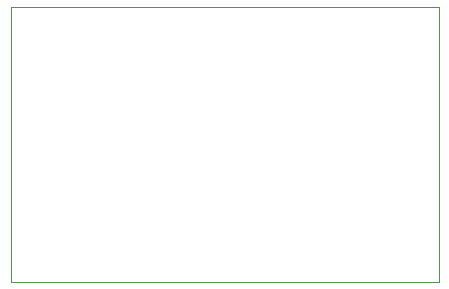
<source format=gbr>
G04 #@! TF.GenerationSoftware,KiCad,Pcbnew,5.1.0-unknown-ee14da3~82~ubuntu16.04.1*
G04 #@! TF.CreationDate,2019-04-08T19:12:28+02:00*
G04 #@! TF.ProjectId,UsbAmpel,55736241-6d70-4656-9c2e-6b696361645f,rev?*
G04 #@! TF.SameCoordinates,Original*
G04 #@! TF.FileFunction,Profile,NP*
%FSLAX46Y46*%
G04 Gerber Fmt 4.6, Leading zero omitted, Abs format (unit mm)*
G04 Created by KiCad (PCBNEW 5.1.0-unknown-ee14da3~82~ubuntu16.04.1) date 2019-04-08 19:12:28*
%MOMM*%
%LPD*%
G04 APERTURE LIST*
%ADD10C,0.050000*%
G04 APERTURE END LIST*
D10*
X177800000Y-119380000D02*
X213995000Y-119380000D01*
X177800000Y-96139000D02*
X177800000Y-119380000D01*
X213995000Y-96139000D02*
X177800000Y-96139000D01*
X213995000Y-119380000D02*
X213995000Y-96139000D01*
M02*

</source>
